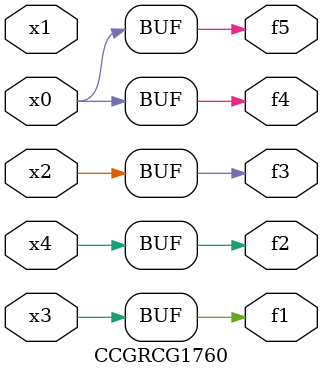
<source format=v>
module CCGRCG1760(
	input x0, x1, x2, x3, x4,
	output f1, f2, f3, f4, f5
);
	assign f1 = x3;
	assign f2 = x4;
	assign f3 = x2;
	assign f4 = x0;
	assign f5 = x0;
endmodule

</source>
